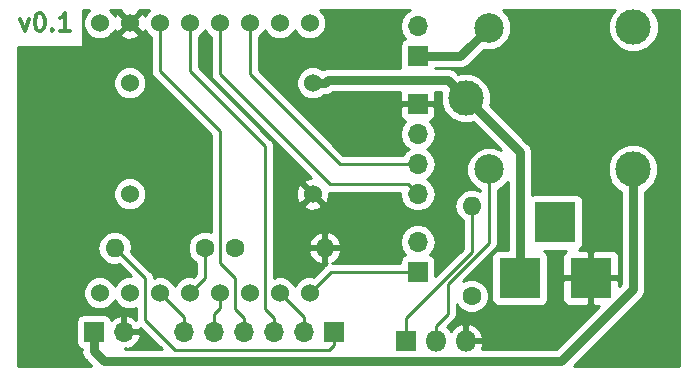
<source format=gtl>
G04 #@! TF.GenerationSoftware,KiCad,Pcbnew,6.0.0-rc1-unknown-r14177-12567c75*
G04 #@! TF.CreationDate,2018-10-23T17:48:22+02:00*
G04 #@! TF.ProjectId,pcbRadon,7063625261646F6E2E6B696361645F70,rev?*
G04 #@! TF.SameCoordinates,Original*
G04 #@! TF.FileFunction,Copper,L1,Top,Signal*
G04 #@! TF.FilePolarity,Positive*
%FSLAX46Y46*%
G04 Gerber Fmt 4.6, Leading zero omitted, Abs format (unit mm)*
G04 Created by KiCad (PCBNEW 6.0.0-rc1-unknown-r14177-12567c75) date Tue 23 Oct 2018 17:48:22 CEST*
%MOMM*%
%LPD*%
G01*
G04 APERTURE LIST*
G04 #@! TA.AperFunction,NonConductor*
%ADD10C,0.300000*%
G04 #@! TD*
G04 #@! TA.AperFunction,ComponentPad*
%ADD11C,1.524000*%
G04 #@! TD*
G04 #@! TA.AperFunction,ComponentPad*
%ADD12R,1.700000X1.700000*%
G04 #@! TD*
G04 #@! TA.AperFunction,ComponentPad*
%ADD13O,1.700000X1.700000*%
G04 #@! TD*
G04 #@! TA.AperFunction,ComponentPad*
%ADD14R,3.500000X3.500000*%
G04 #@! TD*
G04 #@! TA.AperFunction,ComponentPad*
%ADD15C,2.500000*%
G04 #@! TD*
G04 #@! TA.AperFunction,ComponentPad*
%ADD16C,3.000000*%
G04 #@! TD*
G04 #@! TA.AperFunction,ComponentPad*
%ADD17R,1.800000X1.800000*%
G04 #@! TD*
G04 #@! TA.AperFunction,ComponentPad*
%ADD18O,1.800000X1.800000*%
G04 #@! TD*
G04 #@! TA.AperFunction,ComponentPad*
%ADD19C,1.600000*%
G04 #@! TD*
G04 #@! TA.AperFunction,ComponentPad*
%ADD20O,1.600000X1.600000*%
G04 #@! TD*
G04 #@! TA.AperFunction,Conductor*
%ADD21C,0.762000*%
G04 #@! TD*
G04 #@! TA.AperFunction,Conductor*
%ADD22C,0.250000*%
G04 #@! TD*
G04 #@! TA.AperFunction,Conductor*
%ADD23C,0.254000*%
G04 #@! TD*
G04 APERTURE END LIST*
D10*
X127905142Y-84768571D02*
X128262285Y-85768571D01*
X128619428Y-84768571D01*
X129476571Y-84268571D02*
X129619428Y-84268571D01*
X129762285Y-84340000D01*
X129833714Y-84411428D01*
X129905142Y-84554285D01*
X129976571Y-84840000D01*
X129976571Y-85197142D01*
X129905142Y-85482857D01*
X129833714Y-85625714D01*
X129762285Y-85697142D01*
X129619428Y-85768571D01*
X129476571Y-85768571D01*
X129333714Y-85697142D01*
X129262285Y-85625714D01*
X129190857Y-85482857D01*
X129119428Y-85197142D01*
X129119428Y-84840000D01*
X129190857Y-84554285D01*
X129262285Y-84411428D01*
X129333714Y-84340000D01*
X129476571Y-84268571D01*
X130619428Y-85625714D02*
X130690857Y-85697142D01*
X130619428Y-85768571D01*
X130548000Y-85697142D01*
X130619428Y-85625714D01*
X130619428Y-85768571D01*
X132119428Y-85768571D02*
X131262285Y-85768571D01*
X131690857Y-85768571D02*
X131690857Y-84268571D01*
X131548000Y-84482857D01*
X131405142Y-84625714D01*
X131262285Y-84697142D01*
D11*
G04 #@! TO.P,U1,7*
G04 #@! TO.N,Net-(U1-Pad7)*
X134620000Y-107950000D03*
G04 #@! TO.P,U1,6*
G04 #@! TO.N,Net-(R1-Pad1)*
X137160000Y-107950000D03*
G04 #@! TO.P,U1,5*
G04 #@! TO.N,Net-(J3-Pad6)*
X139700000Y-107950000D03*
G04 #@! TO.P,U1,4*
G04 #@! TO.N,Net-(R2-Pad1)*
X142240000Y-107950000D03*
G04 #@! TO.P,U1,3*
G04 #@! TO.N,Net-(J3-Pad5)*
X144780000Y-107950000D03*
G04 #@! TO.P,U1,2*
G04 #@! TO.N,Net-(JP1-Pad2)*
X147320000Y-107950000D03*
G04 #@! TO.P,U1,1*
G04 #@! TO.N,Net-(J3-Pad2)*
X149860000Y-107950000D03*
G04 #@! TO.P,U1,0*
G04 #@! TO.N,Net-(JP1-Pad1)*
X152400000Y-107950000D03*
G04 #@! TO.P,U1,15*
G04 #@! TO.N,Net-(U1-Pad15)*
X152400000Y-85090000D03*
G04 #@! TO.P,U1,14*
G04 #@! TO.N,Net-(U1-Pad14)*
X149860000Y-85090000D03*
G04 #@! TO.P,U1,13*
G04 #@! TO.N,Net-(J4-Pad3)*
X147320000Y-85090000D03*
G04 #@! TO.P,U1,12*
G04 #@! TO.N,Net-(J4-Pad4)*
X144780000Y-85090000D03*
G04 #@! TO.P,U1,11*
G04 #@! TO.N,Net-(J3-Pad3)*
X142240000Y-85090000D03*
G04 #@! TO.P,U1,10*
G04 #@! TO.N,Net-(J3-Pad4)*
X139700000Y-85090000D03*
G04 #@! TO.P,U1,9*
G04 #@! TO.N,GND*
X137160000Y-85090000D03*
G04 #@! TO.P,U1,8*
G04 #@! TO.N,Net-(JP2-Pad2)*
X134620000Y-85090000D03*
G04 #@! TD*
D12*
G04 #@! TO.P,J1,1*
G04 #@! TO.N,Net-(J1-Pad1)*
X134112000Y-111252000D03*
D13*
G04 #@! TO.P,J1,2*
G04 #@! TO.N,GND*
X136652000Y-111252000D03*
G04 #@! TD*
D14*
G04 #@! TO.P,J2,1*
G04 #@! TO.N,VDD*
X170180000Y-106680000D03*
G04 #@! TO.P,J2,2*
G04 #@! TO.N,GND*
X176180000Y-106680000D03*
G04 #@! TO.P,J2,3*
G04 #@! TO.N,Net-(J2-Pad3)*
X173180000Y-101980000D03*
G04 #@! TD*
D12*
G04 #@! TO.P,J3,1*
G04 #@! TO.N,Net-(J3-Pad1)*
X154432000Y-111252000D03*
D13*
G04 #@! TO.P,J3,2*
G04 #@! TO.N,Net-(J3-Pad2)*
X151892000Y-111252000D03*
G04 #@! TO.P,J3,3*
G04 #@! TO.N,Net-(J3-Pad3)*
X149352000Y-111252000D03*
G04 #@! TO.P,J3,4*
G04 #@! TO.N,Net-(J3-Pad4)*
X146812000Y-111252000D03*
G04 #@! TO.P,J3,5*
G04 #@! TO.N,Net-(J3-Pad5)*
X144272000Y-111252000D03*
G04 #@! TO.P,J3,6*
G04 #@! TO.N,Net-(J3-Pad6)*
X141732000Y-111252000D03*
G04 #@! TD*
D12*
G04 #@! TO.P,J4,1*
G04 #@! TO.N,GND*
X161544000Y-91948000D03*
D13*
G04 #@! TO.P,J4,2*
G04 #@! TO.N,VCC*
X161544000Y-94488000D03*
G04 #@! TO.P,J4,3*
G04 #@! TO.N,Net-(J4-Pad3)*
X161544000Y-97028000D03*
G04 #@! TO.P,J4,4*
G04 #@! TO.N,Net-(J4-Pad4)*
X161544000Y-99568000D03*
G04 #@! TD*
D12*
G04 #@! TO.P,JP1,1*
G04 #@! TO.N,Net-(JP1-Pad1)*
X161544000Y-106172000D03*
D13*
G04 #@! TO.P,JP1,2*
G04 #@! TO.N,Net-(JP1-Pad2)*
X161544000Y-103632000D03*
G04 #@! TD*
D12*
G04 #@! TO.P,JP2,1*
G04 #@! TO.N,VCC*
X161544000Y-87884000D03*
D13*
G04 #@! TO.P,JP2,2*
G04 #@! TO.N,Net-(JP2-Pad2)*
X161544000Y-85344000D03*
G04 #@! TD*
D15*
G04 #@! TO.P,K1,2*
G04 #@! TO.N,Net-(K1-Pad2)*
X167558000Y-97490000D03*
D16*
G04 #@! TO.P,K1,3*
G04 #@! TO.N,Net-(J1-Pad1)*
X179758000Y-97490000D03*
G04 #@! TO.P,K1,4*
G04 #@! TO.N,Net-(K1-Pad4)*
X179808000Y-85440000D03*
D15*
G04 #@! TO.P,K1,5*
G04 #@! TO.N,VCC*
X167558000Y-85490000D03*
D16*
G04 #@! TO.P,K1,1*
G04 #@! TO.N,VDD*
X165608000Y-91440000D03*
G04 #@! TD*
D17*
G04 #@! TO.P,Q1,1*
G04 #@! TO.N,Net-(Q1-Pad1)*
X160528000Y-112014000D03*
D18*
G04 #@! TO.P,Q1,2*
G04 #@! TO.N,Net-(K1-Pad2)*
X163068000Y-112014000D03*
G04 #@! TO.P,Q1,3*
G04 #@! TO.N,GND*
X165608000Y-112014000D03*
G04 #@! TD*
D19*
G04 #@! TO.P,R1,1*
G04 #@! TO.N,Net-(R1-Pad1)*
X166116000Y-108204000D03*
D20*
G04 #@! TO.P,R1,2*
G04 #@! TO.N,Net-(Q1-Pad1)*
X166116000Y-100584000D03*
G04 #@! TD*
D19*
G04 #@! TO.P,R2,1*
G04 #@! TO.N,Net-(R2-Pad1)*
X143510000Y-104140000D03*
D20*
G04 #@! TO.P,R2,2*
G04 #@! TO.N,Net-(J3-Pad1)*
X135890000Y-104140000D03*
G04 #@! TD*
D19*
G04 #@! TO.P,R3,1*
G04 #@! TO.N,Net-(R2-Pad1)*
X146050000Y-104140000D03*
D20*
G04 #@! TO.P,R3,2*
G04 #@! TO.N,GND*
X153670000Y-104140000D03*
G04 #@! TD*
D11*
G04 #@! TO.P,U2,1*
G04 #@! TO.N,VCC*
X137160000Y-90170000D03*
G04 #@! TO.P,U2,3*
G04 #@! TO.N,VDD*
X152654000Y-90170000D03*
G04 #@! TO.P,U2,2*
G04 #@! TO.N,Net-(U2-Pad2)*
X137160000Y-99570000D03*
G04 #@! TO.P,U2,4*
G04 #@! TO.N,GND*
X152654000Y-99570000D03*
G04 #@! TD*
D21*
G04 #@! TO.N,Net-(J1-Pad1)*
X134112000Y-111252000D02*
X134112000Y-112864000D01*
X179758000Y-107647802D02*
X179758000Y-99611320D01*
X173656801Y-113749001D02*
X179758000Y-107647802D01*
X179758000Y-99611320D02*
X179758000Y-97490000D01*
X134997001Y-113749001D02*
X173656801Y-113749001D01*
X134112000Y-112864000D02*
X134997001Y-113749001D01*
G04 #@! TO.N,VDD*
X164108001Y-89940001D02*
X165608000Y-91440000D01*
X153961629Y-89940001D02*
X164108001Y-89940001D01*
X153731630Y-90170000D02*
X153961629Y-89940001D01*
X152654000Y-90170000D02*
X153731630Y-90170000D01*
X170180000Y-96012000D02*
X165608000Y-91440000D01*
X170180000Y-106680000D02*
X170180000Y-96012000D01*
D22*
G04 #@! TO.N,Net-(J3-Pad1)*
X135890000Y-104140000D02*
X138430000Y-106680000D01*
X138430000Y-106680000D02*
X138430000Y-110236000D01*
X138430000Y-110236000D02*
X140970000Y-112776000D01*
X154432000Y-112352000D02*
X154432000Y-111252000D01*
X154008000Y-112776000D02*
X154432000Y-112352000D01*
X140970000Y-112776000D02*
X154008000Y-112776000D01*
G04 #@! TO.N,Net-(J3-Pad2)*
X151892000Y-109982000D02*
X149860000Y-107950000D01*
X151892000Y-111252000D02*
X151892000Y-109982000D01*
G04 #@! TO.N,Net-(J3-Pad3)*
X149352000Y-110049919D02*
X148590000Y-109287919D01*
X149352000Y-111252000D02*
X149352000Y-110049919D01*
X148590000Y-109287919D02*
X148590000Y-95504000D01*
X142240000Y-89154000D02*
X142240000Y-85090000D01*
X148590000Y-95504000D02*
X142240000Y-89154000D01*
G04 #@! TO.N,Net-(J3-Pad4)*
X146812000Y-110049919D02*
X146050000Y-109287919D01*
X146812000Y-111252000D02*
X146812000Y-110049919D01*
X146050000Y-109287919D02*
X146050000Y-106680000D01*
X146050000Y-106680000D02*
X144780000Y-105410000D01*
X144780000Y-105410000D02*
X144780000Y-94234000D01*
X139700000Y-89154000D02*
X139700000Y-85090000D01*
X144780000Y-94234000D02*
X139700000Y-89154000D01*
G04 #@! TO.N,Net-(J3-Pad5)*
X144272000Y-111252000D02*
X144272000Y-109728000D01*
X144780000Y-109220000D02*
X144780000Y-107950000D01*
X144272000Y-109728000D02*
X144780000Y-109220000D01*
G04 #@! TO.N,Net-(J3-Pad6)*
X141732000Y-109982000D02*
X139700000Y-107950000D01*
X141732000Y-111252000D02*
X141732000Y-109982000D01*
D21*
G04 #@! TO.N,VCC*
X167558000Y-85490000D02*
X165164000Y-87884000D01*
X165164000Y-87884000D02*
X161544000Y-87884000D01*
D22*
G04 #@! TO.N,Net-(J4-Pad3)*
X147320000Y-89408000D02*
X147320000Y-85090000D01*
X161544000Y-97028000D02*
X154940000Y-97028000D01*
X154940000Y-97028000D02*
X147320000Y-89408000D01*
G04 #@! TO.N,Net-(J4-Pad4)*
X160694001Y-98718001D02*
X154090001Y-98718001D01*
X161544000Y-99568000D02*
X160694001Y-98718001D01*
X144780000Y-89408000D02*
X144780000Y-85090000D01*
X154090001Y-98718001D02*
X144780000Y-89408000D01*
G04 #@! TO.N,Net-(JP1-Pad1)*
X154178000Y-106172000D02*
X152400000Y-107950000D01*
X161544000Y-106172000D02*
X154178000Y-106172000D01*
G04 #@! TO.N,Net-(K1-Pad2)*
X163068000Y-110741208D02*
X164084000Y-109725208D01*
X163068000Y-112014000D02*
X163068000Y-110741208D01*
X164084000Y-109725208D02*
X164084000Y-107188000D01*
X167558000Y-103714000D02*
X167558000Y-97490000D01*
X164084000Y-107188000D02*
X167558000Y-103714000D01*
G04 #@! TO.N,Net-(Q1-Pad1)*
X166116000Y-101715370D02*
X166116000Y-100584000D01*
X166116000Y-104519590D02*
X166116000Y-101715370D01*
X160528000Y-110107590D02*
X166116000Y-104519590D01*
X160528000Y-112014000D02*
X160528000Y-110107590D01*
G04 #@! TO.N,Net-(R2-Pad1)*
X143510000Y-106680000D02*
X143510000Y-104140000D01*
X142240000Y-107950000D02*
X143510000Y-106680000D01*
G04 #@! TD*
D23*
G04 #@! TO.N,GND*
G36*
X177998034Y-84230620D02*
X177673000Y-85015322D01*
X177673000Y-85864678D01*
X177998034Y-86649380D01*
X178598620Y-87249966D01*
X179383322Y-87575000D01*
X180232678Y-87575000D01*
X181017380Y-87249966D01*
X181617966Y-86649380D01*
X181943000Y-85864678D01*
X181943000Y-85015322D01*
X181617966Y-84230620D01*
X181409346Y-84022000D01*
X183694001Y-84022000D01*
X183694000Y-114098000D01*
X174744642Y-114098000D01*
X180405664Y-108436979D01*
X180490495Y-108380297D01*
X180715051Y-108044225D01*
X180774000Y-107747867D01*
X180774000Y-107747866D01*
X180793904Y-107647803D01*
X180774000Y-107547739D01*
X180774000Y-99380067D01*
X180967380Y-99299966D01*
X181567966Y-98699380D01*
X181893000Y-97914678D01*
X181893000Y-97065322D01*
X181567966Y-96280620D01*
X180967380Y-95680034D01*
X180182678Y-95355000D01*
X179333322Y-95355000D01*
X178548620Y-95680034D01*
X177948034Y-96280620D01*
X177623000Y-97065322D01*
X177623000Y-97914678D01*
X177948034Y-98699380D01*
X178548620Y-99299966D01*
X178742000Y-99380067D01*
X178742000Y-99711384D01*
X178742001Y-99711389D01*
X178742000Y-107226961D01*
X178565000Y-107403961D01*
X178565000Y-106965750D01*
X178406250Y-106807000D01*
X176307000Y-106807000D01*
X176307000Y-108906250D01*
X176465750Y-109065000D01*
X176903961Y-109065000D01*
X173235961Y-112733001D01*
X166952305Y-112733001D01*
X167099036Y-112378740D01*
X166978378Y-112141000D01*
X165735000Y-112141000D01*
X165735000Y-112161000D01*
X165481000Y-112161000D01*
X165481000Y-112141000D01*
X165461000Y-112141000D01*
X165461000Y-111887000D01*
X165481000Y-111887000D01*
X165481000Y-110643003D01*
X165735000Y-110643003D01*
X165735000Y-111887000D01*
X166978378Y-111887000D01*
X167099036Y-111649260D01*
X166920240Y-111217583D01*
X166515576Y-110776034D01*
X165972742Y-110522954D01*
X165735000Y-110643003D01*
X165481000Y-110643003D01*
X165243258Y-110522954D01*
X164700424Y-110776034D01*
X164345624Y-111163174D01*
X164174673Y-110907327D01*
X164055986Y-110828023D01*
X164568473Y-110315537D01*
X164631929Y-110273137D01*
X164799904Y-110021745D01*
X164844000Y-109800060D01*
X164844000Y-109800055D01*
X164858888Y-109725208D01*
X164844000Y-109650361D01*
X164844000Y-108882955D01*
X164899466Y-109016862D01*
X165303138Y-109420534D01*
X165830561Y-109639000D01*
X166401439Y-109639000D01*
X166928862Y-109420534D01*
X167332534Y-109016862D01*
X167551000Y-108489439D01*
X167551000Y-107918561D01*
X167332534Y-107391138D01*
X166928862Y-106987466D01*
X166401439Y-106769000D01*
X165830561Y-106769000D01*
X165399073Y-106947728D01*
X168042473Y-104304329D01*
X168105929Y-104261929D01*
X168273904Y-104010537D01*
X168318000Y-103788852D01*
X168318000Y-103788847D01*
X168332888Y-103714000D01*
X168318000Y-103639153D01*
X168318000Y-99215507D01*
X168625767Y-99088026D01*
X169156026Y-98557767D01*
X169164001Y-98538514D01*
X169164000Y-104282560D01*
X168430000Y-104282560D01*
X168182235Y-104331843D01*
X167972191Y-104472191D01*
X167831843Y-104682235D01*
X167782560Y-104930000D01*
X167782560Y-108430000D01*
X167831843Y-108677765D01*
X167972191Y-108887809D01*
X168182235Y-109028157D01*
X168430000Y-109077440D01*
X171930000Y-109077440D01*
X172177765Y-109028157D01*
X172387809Y-108887809D01*
X172528157Y-108677765D01*
X172577440Y-108430000D01*
X172577440Y-106965750D01*
X173795000Y-106965750D01*
X173795000Y-108556310D01*
X173891673Y-108789699D01*
X174070302Y-108968327D01*
X174303691Y-109065000D01*
X175894250Y-109065000D01*
X176053000Y-108906250D01*
X176053000Y-106807000D01*
X173953750Y-106807000D01*
X173795000Y-106965750D01*
X172577440Y-106965750D01*
X172577440Y-104930000D01*
X172528157Y-104682235D01*
X172387809Y-104472191D01*
X172246005Y-104377440D01*
X174104663Y-104377440D01*
X174070302Y-104391673D01*
X173891673Y-104570301D01*
X173795000Y-104803690D01*
X173795000Y-106394250D01*
X173953750Y-106553000D01*
X176053000Y-106553000D01*
X176053000Y-104453750D01*
X176307000Y-104453750D01*
X176307000Y-106553000D01*
X178406250Y-106553000D01*
X178565000Y-106394250D01*
X178565000Y-104803690D01*
X178468327Y-104570301D01*
X178289698Y-104391673D01*
X178056309Y-104295000D01*
X176465750Y-104295000D01*
X176307000Y-104453750D01*
X176053000Y-104453750D01*
X175894250Y-104295000D01*
X175227388Y-104295000D01*
X175387809Y-104187809D01*
X175528157Y-103977765D01*
X175577440Y-103730000D01*
X175577440Y-100230000D01*
X175528157Y-99982235D01*
X175387809Y-99772191D01*
X175177765Y-99631843D01*
X174930000Y-99582560D01*
X171430000Y-99582560D01*
X171196000Y-99629105D01*
X171196000Y-96112063D01*
X171215904Y-96011999D01*
X171196000Y-95911935D01*
X171137051Y-95615577D01*
X170912495Y-95279505D01*
X170827663Y-95222822D01*
X167662899Y-92058059D01*
X167743000Y-91864678D01*
X167743000Y-91015322D01*
X167417966Y-90230620D01*
X166817380Y-89630034D01*
X166032678Y-89305000D01*
X165183322Y-89305000D01*
X164989941Y-89385101D01*
X164897181Y-89292340D01*
X164840496Y-89207506D01*
X164504424Y-88982950D01*
X164208066Y-88924001D01*
X164208064Y-88924001D01*
X164108001Y-88904097D01*
X164007938Y-88924001D01*
X163003647Y-88924001D01*
X163008421Y-88900000D01*
X165063937Y-88900000D01*
X165164000Y-88919904D01*
X165264063Y-88900000D01*
X165264065Y-88900000D01*
X165560423Y-88841051D01*
X165896495Y-88616495D01*
X165953180Y-88531660D01*
X167131283Y-87353557D01*
X167183050Y-87375000D01*
X167932950Y-87375000D01*
X168625767Y-87088026D01*
X169156026Y-86557767D01*
X169443000Y-85864950D01*
X169443000Y-85115050D01*
X169156026Y-84422233D01*
X168755793Y-84022000D01*
X178206654Y-84022000D01*
X177998034Y-84230620D01*
X177998034Y-84230620D01*
G37*
X177998034Y-84230620D02*
X177673000Y-85015322D01*
X177673000Y-85864678D01*
X177998034Y-86649380D01*
X178598620Y-87249966D01*
X179383322Y-87575000D01*
X180232678Y-87575000D01*
X181017380Y-87249966D01*
X181617966Y-86649380D01*
X181943000Y-85864678D01*
X181943000Y-85015322D01*
X181617966Y-84230620D01*
X181409346Y-84022000D01*
X183694001Y-84022000D01*
X183694000Y-114098000D01*
X174744642Y-114098000D01*
X180405664Y-108436979D01*
X180490495Y-108380297D01*
X180715051Y-108044225D01*
X180774000Y-107747867D01*
X180774000Y-107747866D01*
X180793904Y-107647803D01*
X180774000Y-107547739D01*
X180774000Y-99380067D01*
X180967380Y-99299966D01*
X181567966Y-98699380D01*
X181893000Y-97914678D01*
X181893000Y-97065322D01*
X181567966Y-96280620D01*
X180967380Y-95680034D01*
X180182678Y-95355000D01*
X179333322Y-95355000D01*
X178548620Y-95680034D01*
X177948034Y-96280620D01*
X177623000Y-97065322D01*
X177623000Y-97914678D01*
X177948034Y-98699380D01*
X178548620Y-99299966D01*
X178742000Y-99380067D01*
X178742000Y-99711384D01*
X178742001Y-99711389D01*
X178742000Y-107226961D01*
X178565000Y-107403961D01*
X178565000Y-106965750D01*
X178406250Y-106807000D01*
X176307000Y-106807000D01*
X176307000Y-108906250D01*
X176465750Y-109065000D01*
X176903961Y-109065000D01*
X173235961Y-112733001D01*
X166952305Y-112733001D01*
X167099036Y-112378740D01*
X166978378Y-112141000D01*
X165735000Y-112141000D01*
X165735000Y-112161000D01*
X165481000Y-112161000D01*
X165481000Y-112141000D01*
X165461000Y-112141000D01*
X165461000Y-111887000D01*
X165481000Y-111887000D01*
X165481000Y-110643003D01*
X165735000Y-110643003D01*
X165735000Y-111887000D01*
X166978378Y-111887000D01*
X167099036Y-111649260D01*
X166920240Y-111217583D01*
X166515576Y-110776034D01*
X165972742Y-110522954D01*
X165735000Y-110643003D01*
X165481000Y-110643003D01*
X165243258Y-110522954D01*
X164700424Y-110776034D01*
X164345624Y-111163174D01*
X164174673Y-110907327D01*
X164055986Y-110828023D01*
X164568473Y-110315537D01*
X164631929Y-110273137D01*
X164799904Y-110021745D01*
X164844000Y-109800060D01*
X164844000Y-109800055D01*
X164858888Y-109725208D01*
X164844000Y-109650361D01*
X164844000Y-108882955D01*
X164899466Y-109016862D01*
X165303138Y-109420534D01*
X165830561Y-109639000D01*
X166401439Y-109639000D01*
X166928862Y-109420534D01*
X167332534Y-109016862D01*
X167551000Y-108489439D01*
X167551000Y-107918561D01*
X167332534Y-107391138D01*
X166928862Y-106987466D01*
X166401439Y-106769000D01*
X165830561Y-106769000D01*
X165399073Y-106947728D01*
X168042473Y-104304329D01*
X168105929Y-104261929D01*
X168273904Y-104010537D01*
X168318000Y-103788852D01*
X168318000Y-103788847D01*
X168332888Y-103714000D01*
X168318000Y-103639153D01*
X168318000Y-99215507D01*
X168625767Y-99088026D01*
X169156026Y-98557767D01*
X169164001Y-98538514D01*
X169164000Y-104282560D01*
X168430000Y-104282560D01*
X168182235Y-104331843D01*
X167972191Y-104472191D01*
X167831843Y-104682235D01*
X167782560Y-104930000D01*
X167782560Y-108430000D01*
X167831843Y-108677765D01*
X167972191Y-108887809D01*
X168182235Y-109028157D01*
X168430000Y-109077440D01*
X171930000Y-109077440D01*
X172177765Y-109028157D01*
X172387809Y-108887809D01*
X172528157Y-108677765D01*
X172577440Y-108430000D01*
X172577440Y-106965750D01*
X173795000Y-106965750D01*
X173795000Y-108556310D01*
X173891673Y-108789699D01*
X174070302Y-108968327D01*
X174303691Y-109065000D01*
X175894250Y-109065000D01*
X176053000Y-108906250D01*
X176053000Y-106807000D01*
X173953750Y-106807000D01*
X173795000Y-106965750D01*
X172577440Y-106965750D01*
X172577440Y-104930000D01*
X172528157Y-104682235D01*
X172387809Y-104472191D01*
X172246005Y-104377440D01*
X174104663Y-104377440D01*
X174070302Y-104391673D01*
X173891673Y-104570301D01*
X173795000Y-104803690D01*
X173795000Y-106394250D01*
X173953750Y-106553000D01*
X176053000Y-106553000D01*
X176053000Y-104453750D01*
X176307000Y-104453750D01*
X176307000Y-106553000D01*
X178406250Y-106553000D01*
X178565000Y-106394250D01*
X178565000Y-104803690D01*
X178468327Y-104570301D01*
X178289698Y-104391673D01*
X178056309Y-104295000D01*
X176465750Y-104295000D01*
X176307000Y-104453750D01*
X176053000Y-104453750D01*
X175894250Y-104295000D01*
X175227388Y-104295000D01*
X175387809Y-104187809D01*
X175528157Y-103977765D01*
X175577440Y-103730000D01*
X175577440Y-100230000D01*
X175528157Y-99982235D01*
X175387809Y-99772191D01*
X175177765Y-99631843D01*
X174930000Y-99582560D01*
X171430000Y-99582560D01*
X171196000Y-99629105D01*
X171196000Y-96112063D01*
X171215904Y-96011999D01*
X171196000Y-95911935D01*
X171137051Y-95615577D01*
X170912495Y-95279505D01*
X170827663Y-95222822D01*
X167662899Y-92058059D01*
X167743000Y-91864678D01*
X167743000Y-91015322D01*
X167417966Y-90230620D01*
X166817380Y-89630034D01*
X166032678Y-89305000D01*
X165183322Y-89305000D01*
X164989941Y-89385101D01*
X164897181Y-89292340D01*
X164840496Y-89207506D01*
X164504424Y-88982950D01*
X164208066Y-88924001D01*
X164208064Y-88924001D01*
X164108001Y-88904097D01*
X164007938Y-88924001D01*
X163003647Y-88924001D01*
X163008421Y-88900000D01*
X165063937Y-88900000D01*
X165164000Y-88919904D01*
X165264063Y-88900000D01*
X165264065Y-88900000D01*
X165560423Y-88841051D01*
X165896495Y-88616495D01*
X165953180Y-88531660D01*
X167131283Y-87353557D01*
X167183050Y-87375000D01*
X167932950Y-87375000D01*
X168625767Y-87088026D01*
X169156026Y-86557767D01*
X169443000Y-85864950D01*
X169443000Y-85115050D01*
X169156026Y-84422233D01*
X168755793Y-84022000D01*
X178206654Y-84022000D01*
X177998034Y-84230620D01*
G36*
X133435680Y-84298663D02*
X133223000Y-84812119D01*
X133223000Y-85367881D01*
X133435680Y-85881337D01*
X133828663Y-86274320D01*
X134342119Y-86487000D01*
X134897881Y-86487000D01*
X135411337Y-86274320D01*
X135615444Y-86070213D01*
X136359392Y-86070213D01*
X136428857Y-86312397D01*
X136952302Y-86499144D01*
X137507368Y-86471362D01*
X137891143Y-86312397D01*
X137960608Y-86070213D01*
X137160000Y-85269605D01*
X136359392Y-86070213D01*
X135615444Y-86070213D01*
X135804320Y-85881337D01*
X135883428Y-85690353D01*
X135937603Y-85821143D01*
X136179787Y-85890608D01*
X136980395Y-85090000D01*
X136179787Y-84289392D01*
X135937603Y-84358857D01*
X135887465Y-84499393D01*
X135804320Y-84298663D01*
X135527657Y-84022000D01*
X136384572Y-84022000D01*
X136359392Y-84109787D01*
X137160000Y-84910395D01*
X137960608Y-84109787D01*
X137935428Y-84022000D01*
X138792343Y-84022000D01*
X138515680Y-84298663D01*
X138436572Y-84489647D01*
X138382397Y-84358857D01*
X138140213Y-84289392D01*
X137339605Y-85090000D01*
X138140213Y-85890608D01*
X138382397Y-85821143D01*
X138432535Y-85680607D01*
X138515680Y-85881337D01*
X138908663Y-86274320D01*
X138940001Y-86287300D01*
X138940000Y-89079153D01*
X138925112Y-89154000D01*
X138940000Y-89228847D01*
X138940000Y-89228851D01*
X138984096Y-89450536D01*
X139152071Y-89701929D01*
X139215530Y-89744331D01*
X144020001Y-94548803D01*
X144020000Y-102798016D01*
X143795439Y-102705000D01*
X143224561Y-102705000D01*
X142697138Y-102923466D01*
X142293466Y-103327138D01*
X142075000Y-103854561D01*
X142075000Y-104425439D01*
X142293466Y-104952862D01*
X142697138Y-105356534D01*
X142750001Y-105378430D01*
X142750000Y-106365198D01*
X142549218Y-106565980D01*
X142517881Y-106553000D01*
X141962119Y-106553000D01*
X141448663Y-106765680D01*
X141055680Y-107158663D01*
X140970000Y-107365513D01*
X140884320Y-107158663D01*
X140491337Y-106765680D01*
X139977881Y-106553000D01*
X139422119Y-106553000D01*
X139198085Y-106645798D01*
X139190000Y-106605152D01*
X139190000Y-106605148D01*
X139145904Y-106383463D01*
X139104102Y-106320902D01*
X139020329Y-106195526D01*
X139020327Y-106195524D01*
X138977929Y-106132071D01*
X138914476Y-106089673D01*
X137288688Y-104463886D01*
X137353113Y-104140000D01*
X137241740Y-103580091D01*
X136924577Y-103105423D01*
X136449909Y-102788260D01*
X136031333Y-102705000D01*
X135748667Y-102705000D01*
X135330091Y-102788260D01*
X134855423Y-103105423D01*
X134538260Y-103580091D01*
X134426887Y-104140000D01*
X134538260Y-104699909D01*
X134855423Y-105174577D01*
X135330091Y-105491740D01*
X135748667Y-105575000D01*
X136031333Y-105575000D01*
X136213886Y-105538688D01*
X137228198Y-106553000D01*
X136882119Y-106553000D01*
X136368663Y-106765680D01*
X135975680Y-107158663D01*
X135890000Y-107365513D01*
X135804320Y-107158663D01*
X135411337Y-106765680D01*
X134897881Y-106553000D01*
X134342119Y-106553000D01*
X133828663Y-106765680D01*
X133435680Y-107158663D01*
X133223000Y-107672119D01*
X133223000Y-108227881D01*
X133435680Y-108741337D01*
X133828663Y-109134320D01*
X134342119Y-109347000D01*
X134897881Y-109347000D01*
X135411337Y-109134320D01*
X135804320Y-108741337D01*
X135890000Y-108534487D01*
X135975680Y-108741337D01*
X136368663Y-109134320D01*
X136882119Y-109347000D01*
X137437881Y-109347000D01*
X137670001Y-109250853D01*
X137670001Y-110161148D01*
X137661915Y-110201801D01*
X137418924Y-109980355D01*
X137008890Y-109810524D01*
X136779000Y-109931845D01*
X136779000Y-111125000D01*
X137972819Y-111125000D01*
X138066231Y-110947033D01*
X139852198Y-112733001D01*
X136779002Y-112733001D01*
X136779002Y-112572156D01*
X137008890Y-112693476D01*
X137418924Y-112523645D01*
X137847183Y-112133358D01*
X138093486Y-111608892D01*
X137972819Y-111379000D01*
X136779000Y-111379000D01*
X136779000Y-111399000D01*
X136525000Y-111399000D01*
X136525000Y-111379000D01*
X136505000Y-111379000D01*
X136505000Y-111125000D01*
X136525000Y-111125000D01*
X136525000Y-109931845D01*
X136295110Y-109810524D01*
X135885076Y-109980355D01*
X135580739Y-110257708D01*
X135560157Y-110154235D01*
X135419809Y-109944191D01*
X135209765Y-109803843D01*
X134962000Y-109754560D01*
X133262000Y-109754560D01*
X133014235Y-109803843D01*
X132804191Y-109944191D01*
X132663843Y-110154235D01*
X132614560Y-110402000D01*
X132614560Y-112102000D01*
X132663843Y-112349765D01*
X132804191Y-112559809D01*
X133014235Y-112700157D01*
X133096001Y-112716421D01*
X133096001Y-112763932D01*
X133076096Y-112864000D01*
X133154950Y-113260423D01*
X133309621Y-113491904D01*
X133379506Y-113596495D01*
X133464337Y-113653177D01*
X133909159Y-114098000D01*
X127710000Y-114098000D01*
X127710000Y-99292119D01*
X135763000Y-99292119D01*
X135763000Y-99847881D01*
X135975680Y-100361337D01*
X136368663Y-100754320D01*
X136882119Y-100967000D01*
X137437881Y-100967000D01*
X137951337Y-100754320D01*
X138344320Y-100361337D01*
X138557000Y-99847881D01*
X138557000Y-99292119D01*
X138344320Y-98778663D01*
X137951337Y-98385680D01*
X137437881Y-98173000D01*
X136882119Y-98173000D01*
X136368663Y-98385680D01*
X135975680Y-98778663D01*
X135763000Y-99292119D01*
X127710000Y-99292119D01*
X127710000Y-89892119D01*
X135763000Y-89892119D01*
X135763000Y-90447881D01*
X135975680Y-90961337D01*
X136368663Y-91354320D01*
X136882119Y-91567000D01*
X137437881Y-91567000D01*
X137951337Y-91354320D01*
X138344320Y-90961337D01*
X138557000Y-90447881D01*
X138557000Y-89892119D01*
X138344320Y-89378663D01*
X137951337Y-88985680D01*
X137437881Y-88773000D01*
X136882119Y-88773000D01*
X136368663Y-88985680D01*
X135975680Y-89378663D01*
X135763000Y-89892119D01*
X127710000Y-89892119D01*
X127710000Y-87120000D01*
X133190143Y-87120000D01*
X133190143Y-84022000D01*
X133712343Y-84022000D01*
X133435680Y-84298663D01*
X133435680Y-84298663D01*
G37*
X133435680Y-84298663D02*
X133223000Y-84812119D01*
X133223000Y-85367881D01*
X133435680Y-85881337D01*
X133828663Y-86274320D01*
X134342119Y-86487000D01*
X134897881Y-86487000D01*
X135411337Y-86274320D01*
X135615444Y-86070213D01*
X136359392Y-86070213D01*
X136428857Y-86312397D01*
X136952302Y-86499144D01*
X137507368Y-86471362D01*
X137891143Y-86312397D01*
X137960608Y-86070213D01*
X137160000Y-85269605D01*
X136359392Y-86070213D01*
X135615444Y-86070213D01*
X135804320Y-85881337D01*
X135883428Y-85690353D01*
X135937603Y-85821143D01*
X136179787Y-85890608D01*
X136980395Y-85090000D01*
X136179787Y-84289392D01*
X135937603Y-84358857D01*
X135887465Y-84499393D01*
X135804320Y-84298663D01*
X135527657Y-84022000D01*
X136384572Y-84022000D01*
X136359392Y-84109787D01*
X137160000Y-84910395D01*
X137960608Y-84109787D01*
X137935428Y-84022000D01*
X138792343Y-84022000D01*
X138515680Y-84298663D01*
X138436572Y-84489647D01*
X138382397Y-84358857D01*
X138140213Y-84289392D01*
X137339605Y-85090000D01*
X138140213Y-85890608D01*
X138382397Y-85821143D01*
X138432535Y-85680607D01*
X138515680Y-85881337D01*
X138908663Y-86274320D01*
X138940001Y-86287300D01*
X138940000Y-89079153D01*
X138925112Y-89154000D01*
X138940000Y-89228847D01*
X138940000Y-89228851D01*
X138984096Y-89450536D01*
X139152071Y-89701929D01*
X139215530Y-89744331D01*
X144020001Y-94548803D01*
X144020000Y-102798016D01*
X143795439Y-102705000D01*
X143224561Y-102705000D01*
X142697138Y-102923466D01*
X142293466Y-103327138D01*
X142075000Y-103854561D01*
X142075000Y-104425439D01*
X142293466Y-104952862D01*
X142697138Y-105356534D01*
X142750001Y-105378430D01*
X142750000Y-106365198D01*
X142549218Y-106565980D01*
X142517881Y-106553000D01*
X141962119Y-106553000D01*
X141448663Y-106765680D01*
X141055680Y-107158663D01*
X140970000Y-107365513D01*
X140884320Y-107158663D01*
X140491337Y-106765680D01*
X139977881Y-106553000D01*
X139422119Y-106553000D01*
X139198085Y-106645798D01*
X139190000Y-106605152D01*
X139190000Y-106605148D01*
X139145904Y-106383463D01*
X139104102Y-106320902D01*
X139020329Y-106195526D01*
X139020327Y-106195524D01*
X138977929Y-106132071D01*
X138914476Y-106089673D01*
X137288688Y-104463886D01*
X137353113Y-104140000D01*
X137241740Y-103580091D01*
X136924577Y-103105423D01*
X136449909Y-102788260D01*
X136031333Y-102705000D01*
X135748667Y-102705000D01*
X135330091Y-102788260D01*
X134855423Y-103105423D01*
X134538260Y-103580091D01*
X134426887Y-104140000D01*
X134538260Y-104699909D01*
X134855423Y-105174577D01*
X135330091Y-105491740D01*
X135748667Y-105575000D01*
X136031333Y-105575000D01*
X136213886Y-105538688D01*
X137228198Y-106553000D01*
X136882119Y-106553000D01*
X136368663Y-106765680D01*
X135975680Y-107158663D01*
X135890000Y-107365513D01*
X135804320Y-107158663D01*
X135411337Y-106765680D01*
X134897881Y-106553000D01*
X134342119Y-106553000D01*
X133828663Y-106765680D01*
X133435680Y-107158663D01*
X133223000Y-107672119D01*
X133223000Y-108227881D01*
X133435680Y-108741337D01*
X133828663Y-109134320D01*
X134342119Y-109347000D01*
X134897881Y-109347000D01*
X135411337Y-109134320D01*
X135804320Y-108741337D01*
X135890000Y-108534487D01*
X135975680Y-108741337D01*
X136368663Y-109134320D01*
X136882119Y-109347000D01*
X137437881Y-109347000D01*
X137670001Y-109250853D01*
X137670001Y-110161148D01*
X137661915Y-110201801D01*
X137418924Y-109980355D01*
X137008890Y-109810524D01*
X136779000Y-109931845D01*
X136779000Y-111125000D01*
X137972819Y-111125000D01*
X138066231Y-110947033D01*
X139852198Y-112733001D01*
X136779002Y-112733001D01*
X136779002Y-112572156D01*
X137008890Y-112693476D01*
X137418924Y-112523645D01*
X137847183Y-112133358D01*
X138093486Y-111608892D01*
X137972819Y-111379000D01*
X136779000Y-111379000D01*
X136779000Y-111399000D01*
X136525000Y-111399000D01*
X136525000Y-111379000D01*
X136505000Y-111379000D01*
X136505000Y-111125000D01*
X136525000Y-111125000D01*
X136525000Y-109931845D01*
X136295110Y-109810524D01*
X135885076Y-109980355D01*
X135580739Y-110257708D01*
X135560157Y-110154235D01*
X135419809Y-109944191D01*
X135209765Y-109803843D01*
X134962000Y-109754560D01*
X133262000Y-109754560D01*
X133014235Y-109803843D01*
X132804191Y-109944191D01*
X132663843Y-110154235D01*
X132614560Y-110402000D01*
X132614560Y-112102000D01*
X132663843Y-112349765D01*
X132804191Y-112559809D01*
X133014235Y-112700157D01*
X133096001Y-112716421D01*
X133096001Y-112763932D01*
X133076096Y-112864000D01*
X133154950Y-113260423D01*
X133309621Y-113491904D01*
X133379506Y-113596495D01*
X133464337Y-113653177D01*
X133909159Y-114098000D01*
X127710000Y-114098000D01*
X127710000Y-99292119D01*
X135763000Y-99292119D01*
X135763000Y-99847881D01*
X135975680Y-100361337D01*
X136368663Y-100754320D01*
X136882119Y-100967000D01*
X137437881Y-100967000D01*
X137951337Y-100754320D01*
X138344320Y-100361337D01*
X138557000Y-99847881D01*
X138557000Y-99292119D01*
X138344320Y-98778663D01*
X137951337Y-98385680D01*
X137437881Y-98173000D01*
X136882119Y-98173000D01*
X136368663Y-98385680D01*
X135975680Y-98778663D01*
X135763000Y-99292119D01*
X127710000Y-99292119D01*
X127710000Y-89892119D01*
X135763000Y-89892119D01*
X135763000Y-90447881D01*
X135975680Y-90961337D01*
X136368663Y-91354320D01*
X136882119Y-91567000D01*
X137437881Y-91567000D01*
X137951337Y-91354320D01*
X138344320Y-90961337D01*
X138557000Y-90447881D01*
X138557000Y-89892119D01*
X138344320Y-89378663D01*
X137951337Y-88985680D01*
X137437881Y-88773000D01*
X136882119Y-88773000D01*
X136368663Y-88985680D01*
X135975680Y-89378663D01*
X135763000Y-89892119D01*
X127710000Y-89892119D01*
X127710000Y-87120000D01*
X133190143Y-87120000D01*
X133190143Y-84022000D01*
X133712343Y-84022000D01*
X133435680Y-84298663D01*
G36*
X160473375Y-84273375D02*
X160145161Y-84764582D01*
X160029908Y-85344000D01*
X160145161Y-85923418D01*
X160473375Y-86414625D01*
X160491619Y-86426816D01*
X160446235Y-86435843D01*
X160236191Y-86576191D01*
X160095843Y-86786235D01*
X160046560Y-87034000D01*
X160046560Y-88734000D01*
X160084353Y-88924001D01*
X154061693Y-88924001D01*
X153961629Y-88904097D01*
X153861566Y-88924001D01*
X153861564Y-88924001D01*
X153565206Y-88982950D01*
X153491713Y-89032056D01*
X153445337Y-88985680D01*
X152931881Y-88773000D01*
X152376119Y-88773000D01*
X151862663Y-88985680D01*
X151469680Y-89378663D01*
X151257000Y-89892119D01*
X151257000Y-90447881D01*
X151469680Y-90961337D01*
X151862663Y-91354320D01*
X152376119Y-91567000D01*
X152931881Y-91567000D01*
X153445337Y-91354320D01*
X153613657Y-91186000D01*
X153631567Y-91186000D01*
X153731630Y-91205904D01*
X153831693Y-91186000D01*
X153831695Y-91186000D01*
X154128053Y-91127051D01*
X154384048Y-90956001D01*
X160065499Y-90956001D01*
X160059000Y-90971690D01*
X160059000Y-91662250D01*
X160217750Y-91821000D01*
X161417000Y-91821000D01*
X161417000Y-91801000D01*
X161671000Y-91801000D01*
X161671000Y-91821000D01*
X162870250Y-91821000D01*
X163029000Y-91662250D01*
X163029000Y-90971690D01*
X163022501Y-90956001D01*
X163497572Y-90956001D01*
X163473000Y-91015322D01*
X163473000Y-91864678D01*
X163798034Y-92649380D01*
X164398620Y-93249966D01*
X165183322Y-93575000D01*
X166032678Y-93575000D01*
X166226059Y-93494899D01*
X168621271Y-95890112D01*
X167932950Y-95605000D01*
X167183050Y-95605000D01*
X166490233Y-95891974D01*
X165959974Y-96422233D01*
X165673000Y-97115050D01*
X165673000Y-97864950D01*
X165959974Y-98557767D01*
X166490233Y-99088026D01*
X166798001Y-99215507D01*
X166798001Y-99313839D01*
X166675909Y-99232260D01*
X166257333Y-99149000D01*
X165974667Y-99149000D01*
X165556091Y-99232260D01*
X165081423Y-99549423D01*
X164764260Y-100024091D01*
X164652887Y-100584000D01*
X164764260Y-101143909D01*
X165081423Y-101618577D01*
X165356001Y-101802044D01*
X165356000Y-104204787D01*
X163041440Y-106519348D01*
X163041440Y-105322000D01*
X162992157Y-105074235D01*
X162851809Y-104864191D01*
X162641765Y-104723843D01*
X162596381Y-104714816D01*
X162614625Y-104702625D01*
X162942839Y-104211418D01*
X163058092Y-103632000D01*
X162942839Y-103052582D01*
X162614625Y-102561375D01*
X162123418Y-102233161D01*
X161690256Y-102147000D01*
X161397744Y-102147000D01*
X160964582Y-102233161D01*
X160473375Y-102561375D01*
X160145161Y-103052582D01*
X160029908Y-103632000D01*
X160145161Y-104211418D01*
X160473375Y-104702625D01*
X160491619Y-104714816D01*
X160446235Y-104723843D01*
X160236191Y-104864191D01*
X160095843Y-105074235D01*
X160046560Y-105322000D01*
X160046560Y-105412000D01*
X154272408Y-105412000D01*
X154525134Y-105292389D01*
X154901041Y-104877423D01*
X155061904Y-104489039D01*
X154939915Y-104267000D01*
X153797000Y-104267000D01*
X153797000Y-105410629D01*
X153880912Y-105456464D01*
X153703511Y-105575000D01*
X153630071Y-105624071D01*
X153587671Y-105687527D01*
X152709218Y-106565980D01*
X152677881Y-106553000D01*
X152122119Y-106553000D01*
X151608663Y-106765680D01*
X151215680Y-107158663D01*
X151130000Y-107365513D01*
X151044320Y-107158663D01*
X150651337Y-106765680D01*
X150137881Y-106553000D01*
X149582119Y-106553000D01*
X149350000Y-106649147D01*
X149350000Y-104489039D01*
X152278096Y-104489039D01*
X152438959Y-104877423D01*
X152814866Y-105292389D01*
X153320959Y-105531914D01*
X153543000Y-105410629D01*
X153543000Y-104267000D01*
X152400085Y-104267000D01*
X152278096Y-104489039D01*
X149350000Y-104489039D01*
X149350000Y-103790961D01*
X152278096Y-103790961D01*
X152400085Y-104013000D01*
X153543000Y-104013000D01*
X153543000Y-102869371D01*
X153797000Y-102869371D01*
X153797000Y-104013000D01*
X154939915Y-104013000D01*
X155061904Y-103790961D01*
X154901041Y-103402577D01*
X154525134Y-102987611D01*
X154019041Y-102748086D01*
X153797000Y-102869371D01*
X153543000Y-102869371D01*
X153320959Y-102748086D01*
X152814866Y-102987611D01*
X152438959Y-103402577D01*
X152278096Y-103790961D01*
X149350000Y-103790961D01*
X149350000Y-100550213D01*
X151853392Y-100550213D01*
X151922857Y-100792397D01*
X152446302Y-100979144D01*
X153001368Y-100951362D01*
X153385143Y-100792397D01*
X153454608Y-100550213D01*
X152654000Y-99749605D01*
X151853392Y-100550213D01*
X149350000Y-100550213D01*
X149350000Y-99362302D01*
X151244856Y-99362302D01*
X151272638Y-99917368D01*
X151431603Y-100301143D01*
X151673787Y-100370608D01*
X152474395Y-99570000D01*
X151673787Y-98769392D01*
X151431603Y-98838857D01*
X151244856Y-99362302D01*
X149350000Y-99362302D01*
X149350000Y-95578846D01*
X149364888Y-95503999D01*
X149350000Y-95429152D01*
X149350000Y-95429148D01*
X149305904Y-95207463D01*
X149137929Y-94956071D01*
X149074473Y-94913671D01*
X143000000Y-88839199D01*
X143000000Y-86287300D01*
X143031337Y-86274320D01*
X143424320Y-85881337D01*
X143510000Y-85674487D01*
X143595680Y-85881337D01*
X143988663Y-86274320D01*
X144020001Y-86287300D01*
X144020000Y-89333153D01*
X144005112Y-89408000D01*
X144020000Y-89482847D01*
X144020000Y-89482851D01*
X144064096Y-89704536D01*
X144232071Y-89955929D01*
X144295530Y-89998331D01*
X152477294Y-98180096D01*
X152306632Y-98188638D01*
X151922857Y-98347603D01*
X151853392Y-98589787D01*
X152654000Y-99390395D01*
X152668143Y-99376253D01*
X152847748Y-99555858D01*
X152833605Y-99570000D01*
X153634213Y-100370608D01*
X153876397Y-100301143D01*
X154063144Y-99777698D01*
X154048475Y-99484629D01*
X154090001Y-99492889D01*
X154164849Y-99478001D01*
X160047810Y-99478001D01*
X160029908Y-99568000D01*
X160145161Y-100147418D01*
X160473375Y-100638625D01*
X160964582Y-100966839D01*
X161397744Y-101053000D01*
X161690256Y-101053000D01*
X162123418Y-100966839D01*
X162614625Y-100638625D01*
X162942839Y-100147418D01*
X163058092Y-99568000D01*
X162942839Y-98988582D01*
X162614625Y-98497375D01*
X162316239Y-98298000D01*
X162614625Y-98098625D01*
X162942839Y-97607418D01*
X163058092Y-97028000D01*
X162942839Y-96448582D01*
X162614625Y-95957375D01*
X162316239Y-95758000D01*
X162614625Y-95558625D01*
X162942839Y-95067418D01*
X163058092Y-94488000D01*
X162942839Y-93908582D01*
X162614625Y-93417375D01*
X162592967Y-93402904D01*
X162753698Y-93336327D01*
X162932327Y-93157699D01*
X163029000Y-92924310D01*
X163029000Y-92233750D01*
X162870250Y-92075000D01*
X161671000Y-92075000D01*
X161671000Y-92095000D01*
X161417000Y-92095000D01*
X161417000Y-92075000D01*
X160217750Y-92075000D01*
X160059000Y-92233750D01*
X160059000Y-92924310D01*
X160155673Y-93157699D01*
X160334302Y-93336327D01*
X160495033Y-93402904D01*
X160473375Y-93417375D01*
X160145161Y-93908582D01*
X160029908Y-94488000D01*
X160145161Y-95067418D01*
X160473375Y-95558625D01*
X160771761Y-95758000D01*
X160473375Y-95957375D01*
X160265822Y-96268000D01*
X155254803Y-96268000D01*
X148080000Y-89093199D01*
X148080000Y-86287300D01*
X148111337Y-86274320D01*
X148504320Y-85881337D01*
X148590000Y-85674487D01*
X148675680Y-85881337D01*
X149068663Y-86274320D01*
X149582119Y-86487000D01*
X150137881Y-86487000D01*
X150651337Y-86274320D01*
X151044320Y-85881337D01*
X151130000Y-85674487D01*
X151215680Y-85881337D01*
X151608663Y-86274320D01*
X152122119Y-86487000D01*
X152677881Y-86487000D01*
X153191337Y-86274320D01*
X153584320Y-85881337D01*
X153797000Y-85367881D01*
X153797000Y-84812119D01*
X153584320Y-84298663D01*
X153307657Y-84022000D01*
X160849584Y-84022000D01*
X160473375Y-84273375D01*
X160473375Y-84273375D01*
G37*
X160473375Y-84273375D02*
X160145161Y-84764582D01*
X160029908Y-85344000D01*
X160145161Y-85923418D01*
X160473375Y-86414625D01*
X160491619Y-86426816D01*
X160446235Y-86435843D01*
X160236191Y-86576191D01*
X160095843Y-86786235D01*
X160046560Y-87034000D01*
X160046560Y-88734000D01*
X160084353Y-88924001D01*
X154061693Y-88924001D01*
X153961629Y-88904097D01*
X153861566Y-88924001D01*
X153861564Y-88924001D01*
X153565206Y-88982950D01*
X153491713Y-89032056D01*
X153445337Y-88985680D01*
X152931881Y-88773000D01*
X152376119Y-88773000D01*
X151862663Y-88985680D01*
X151469680Y-89378663D01*
X151257000Y-89892119D01*
X151257000Y-90447881D01*
X151469680Y-90961337D01*
X151862663Y-91354320D01*
X152376119Y-91567000D01*
X152931881Y-91567000D01*
X153445337Y-91354320D01*
X153613657Y-91186000D01*
X153631567Y-91186000D01*
X153731630Y-91205904D01*
X153831693Y-91186000D01*
X153831695Y-91186000D01*
X154128053Y-91127051D01*
X154384048Y-90956001D01*
X160065499Y-90956001D01*
X160059000Y-90971690D01*
X160059000Y-91662250D01*
X160217750Y-91821000D01*
X161417000Y-91821000D01*
X161417000Y-91801000D01*
X161671000Y-91801000D01*
X161671000Y-91821000D01*
X162870250Y-91821000D01*
X163029000Y-91662250D01*
X163029000Y-90971690D01*
X163022501Y-90956001D01*
X163497572Y-90956001D01*
X163473000Y-91015322D01*
X163473000Y-91864678D01*
X163798034Y-92649380D01*
X164398620Y-93249966D01*
X165183322Y-93575000D01*
X166032678Y-93575000D01*
X166226059Y-93494899D01*
X168621271Y-95890112D01*
X167932950Y-95605000D01*
X167183050Y-95605000D01*
X166490233Y-95891974D01*
X165959974Y-96422233D01*
X165673000Y-97115050D01*
X165673000Y-97864950D01*
X165959974Y-98557767D01*
X166490233Y-99088026D01*
X166798001Y-99215507D01*
X166798001Y-99313839D01*
X166675909Y-99232260D01*
X166257333Y-99149000D01*
X165974667Y-99149000D01*
X165556091Y-99232260D01*
X165081423Y-99549423D01*
X164764260Y-100024091D01*
X164652887Y-100584000D01*
X164764260Y-101143909D01*
X165081423Y-101618577D01*
X165356001Y-101802044D01*
X165356000Y-104204787D01*
X163041440Y-106519348D01*
X163041440Y-105322000D01*
X162992157Y-105074235D01*
X162851809Y-104864191D01*
X162641765Y-104723843D01*
X162596381Y-104714816D01*
X162614625Y-104702625D01*
X162942839Y-104211418D01*
X163058092Y-103632000D01*
X162942839Y-103052582D01*
X162614625Y-102561375D01*
X162123418Y-102233161D01*
X161690256Y-102147000D01*
X161397744Y-102147000D01*
X160964582Y-102233161D01*
X160473375Y-102561375D01*
X160145161Y-103052582D01*
X160029908Y-103632000D01*
X160145161Y-104211418D01*
X160473375Y-104702625D01*
X160491619Y-104714816D01*
X160446235Y-104723843D01*
X160236191Y-104864191D01*
X160095843Y-105074235D01*
X160046560Y-105322000D01*
X160046560Y-105412000D01*
X154272408Y-105412000D01*
X154525134Y-105292389D01*
X154901041Y-104877423D01*
X155061904Y-104489039D01*
X154939915Y-104267000D01*
X153797000Y-104267000D01*
X153797000Y-105410629D01*
X153880912Y-105456464D01*
X153703511Y-105575000D01*
X153630071Y-105624071D01*
X153587671Y-105687527D01*
X152709218Y-106565980D01*
X152677881Y-106553000D01*
X152122119Y-106553000D01*
X151608663Y-106765680D01*
X151215680Y-107158663D01*
X151130000Y-107365513D01*
X151044320Y-107158663D01*
X150651337Y-106765680D01*
X150137881Y-106553000D01*
X149582119Y-106553000D01*
X149350000Y-106649147D01*
X149350000Y-104489039D01*
X152278096Y-104489039D01*
X152438959Y-104877423D01*
X152814866Y-105292389D01*
X153320959Y-105531914D01*
X153543000Y-105410629D01*
X153543000Y-104267000D01*
X152400085Y-104267000D01*
X152278096Y-104489039D01*
X149350000Y-104489039D01*
X149350000Y-103790961D01*
X152278096Y-103790961D01*
X152400085Y-104013000D01*
X153543000Y-104013000D01*
X153543000Y-102869371D01*
X153797000Y-102869371D01*
X153797000Y-104013000D01*
X154939915Y-104013000D01*
X155061904Y-103790961D01*
X154901041Y-103402577D01*
X154525134Y-102987611D01*
X154019041Y-102748086D01*
X153797000Y-102869371D01*
X153543000Y-102869371D01*
X153320959Y-102748086D01*
X152814866Y-102987611D01*
X152438959Y-103402577D01*
X152278096Y-103790961D01*
X149350000Y-103790961D01*
X149350000Y-100550213D01*
X151853392Y-100550213D01*
X151922857Y-100792397D01*
X152446302Y-100979144D01*
X153001368Y-100951362D01*
X153385143Y-100792397D01*
X153454608Y-100550213D01*
X152654000Y-99749605D01*
X151853392Y-100550213D01*
X149350000Y-100550213D01*
X149350000Y-99362302D01*
X151244856Y-99362302D01*
X151272638Y-99917368D01*
X151431603Y-100301143D01*
X151673787Y-100370608D01*
X152474395Y-99570000D01*
X151673787Y-98769392D01*
X151431603Y-98838857D01*
X151244856Y-99362302D01*
X149350000Y-99362302D01*
X149350000Y-95578846D01*
X149364888Y-95503999D01*
X149350000Y-95429152D01*
X149350000Y-95429148D01*
X149305904Y-95207463D01*
X149137929Y-94956071D01*
X149074473Y-94913671D01*
X143000000Y-88839199D01*
X143000000Y-86287300D01*
X143031337Y-86274320D01*
X143424320Y-85881337D01*
X143510000Y-85674487D01*
X143595680Y-85881337D01*
X143988663Y-86274320D01*
X144020001Y-86287300D01*
X144020000Y-89333153D01*
X144005112Y-89408000D01*
X144020000Y-89482847D01*
X144020000Y-89482851D01*
X144064096Y-89704536D01*
X144232071Y-89955929D01*
X144295530Y-89998331D01*
X152477294Y-98180096D01*
X152306632Y-98188638D01*
X151922857Y-98347603D01*
X151853392Y-98589787D01*
X152654000Y-99390395D01*
X152668143Y-99376253D01*
X152847748Y-99555858D01*
X152833605Y-99570000D01*
X153634213Y-100370608D01*
X153876397Y-100301143D01*
X154063144Y-99777698D01*
X154048475Y-99484629D01*
X154090001Y-99492889D01*
X154164849Y-99478001D01*
X160047810Y-99478001D01*
X160029908Y-99568000D01*
X160145161Y-100147418D01*
X160473375Y-100638625D01*
X160964582Y-100966839D01*
X161397744Y-101053000D01*
X161690256Y-101053000D01*
X162123418Y-100966839D01*
X162614625Y-100638625D01*
X162942839Y-100147418D01*
X163058092Y-99568000D01*
X162942839Y-98988582D01*
X162614625Y-98497375D01*
X162316239Y-98298000D01*
X162614625Y-98098625D01*
X162942839Y-97607418D01*
X163058092Y-97028000D01*
X162942839Y-96448582D01*
X162614625Y-95957375D01*
X162316239Y-95758000D01*
X162614625Y-95558625D01*
X162942839Y-95067418D01*
X163058092Y-94488000D01*
X162942839Y-93908582D01*
X162614625Y-93417375D01*
X162592967Y-93402904D01*
X162753698Y-93336327D01*
X162932327Y-93157699D01*
X163029000Y-92924310D01*
X163029000Y-92233750D01*
X162870250Y-92075000D01*
X161671000Y-92075000D01*
X161671000Y-92095000D01*
X161417000Y-92095000D01*
X161417000Y-92075000D01*
X160217750Y-92075000D01*
X160059000Y-92233750D01*
X160059000Y-92924310D01*
X160155673Y-93157699D01*
X160334302Y-93336327D01*
X160495033Y-93402904D01*
X160473375Y-93417375D01*
X160145161Y-93908582D01*
X160029908Y-94488000D01*
X160145161Y-95067418D01*
X160473375Y-95558625D01*
X160771761Y-95758000D01*
X160473375Y-95957375D01*
X160265822Y-96268000D01*
X155254803Y-96268000D01*
X148080000Y-89093199D01*
X148080000Y-86287300D01*
X148111337Y-86274320D01*
X148504320Y-85881337D01*
X148590000Y-85674487D01*
X148675680Y-85881337D01*
X149068663Y-86274320D01*
X149582119Y-86487000D01*
X150137881Y-86487000D01*
X150651337Y-86274320D01*
X151044320Y-85881337D01*
X151130000Y-85674487D01*
X151215680Y-85881337D01*
X151608663Y-86274320D01*
X152122119Y-86487000D01*
X152677881Y-86487000D01*
X153191337Y-86274320D01*
X153584320Y-85881337D01*
X153797000Y-85367881D01*
X153797000Y-84812119D01*
X153584320Y-84298663D01*
X153307657Y-84022000D01*
X160849584Y-84022000D01*
X160473375Y-84273375D01*
G04 #@! TD*
M02*

</source>
